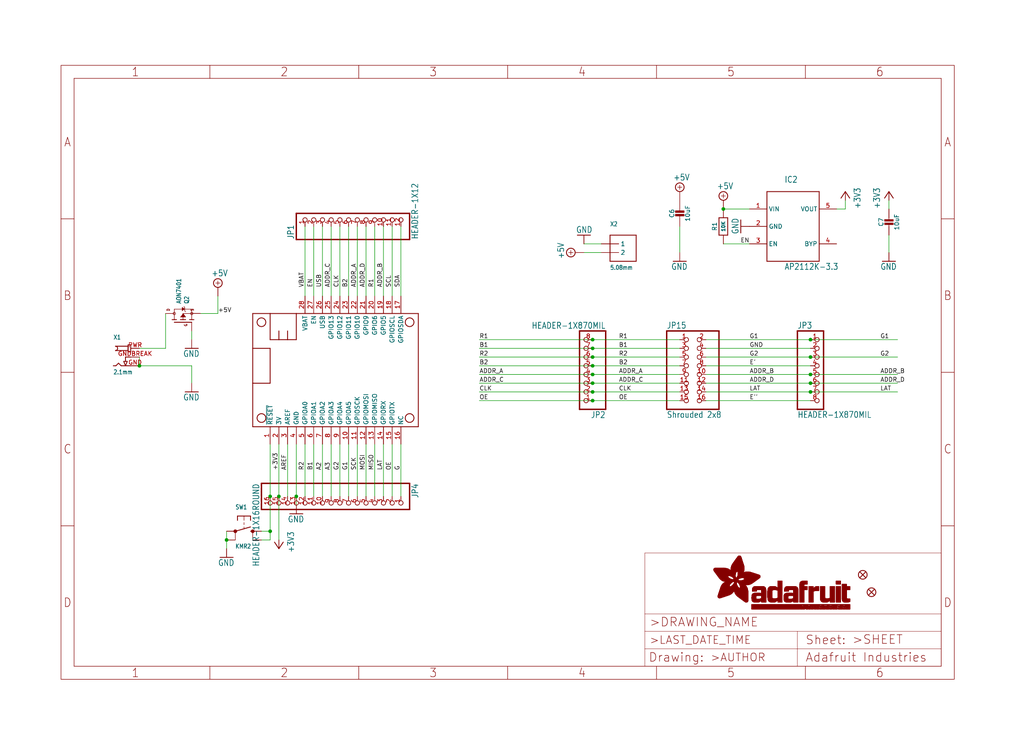
<source format=kicad_sch>
(kicad_sch (version 20211123) (generator eeschema)
  (paper "User" 298.45 217.881)
  (lib_symbols
    (symbol "eagleSchem-eagle-import:+3V3" (power)
      (property "Value" "+3V3" (at -2.54 -5.08 90))
      (symbol "+3V3_1_0"
        (pin power_in line (at 0 -2.54 90) (length 2.54) (name "+3V3") (number "1"))
      )
    )
    (symbol "eagleSchem-eagle-import:+5V" (power)
      (property "Value" "+5V" (at -1.905 3.175 0))
      (symbol "+5V_1_0"
        (pin power_in line (at 0 -2.54 90) (length 2.54) (name "+5V") (number "1"))
      )
    )
    (symbol "eagleSchem-eagle-import:CAP_CERAMIC0805-NOOUTLINE"
      (property "Reference" "C" (at -2.29 1.25 90))
      (property "Value" "CAP_CERAMIC0805-NOOUTLINE" (at 2.3 1.25 90))
      (symbol "CAP_CERAMIC0805-NOOUTLINE_1_0"
        (pin passive line (at 0 5.08 270) (length 2.54) (name "1") (number "1"))
        (pin passive line (at 0 -2.54 90) (length 2.54) (name "2") (number "2"))
      )
    )
    (symbol "eagleSchem-eagle-import:DCBARRELPTH"
      (property "Reference" "X" (at -5.08 5.08 0))
      (property "Value" "DCBARRELPTH" (at -5.08 -5.08 0))
      (symbol "DCBARRELPTH_1_0"
        (pin power_in line (at 2.54 -2.54 180) (length 2.54) (name "GND") (number "GND"))
        (pin power_in line (at 2.54 0 180) (length 2.54) (name "GNDBREAK") (number "GNDBREAK"))
        (pin power_in line (at 2.54 2.54 180) (length 2.54) (name "PWR") (number "PWR"))
      )
    )
    (symbol "eagleSchem-eagle-import:FEATHERWING"
      (symbol "FEATHERWING_1_0"
        (pin input line (at 5.08 -5.08 90) (length 5.08) (name "~{RESET}") (number "1"))
        (pin bidirectional line (at 27.94 -5.08 90) (length 5.08) (name "GPIOA5") (number "10"))
        (pin bidirectional line (at 30.48 -5.08 90) (length 5.08) (name "GPIOSCK") (number "11"))
        (pin bidirectional line (at 33.02 -5.08 90) (length 5.08) (name "GPIOMOSI") (number "12"))
        (pin bidirectional line (at 35.56 -5.08 90) (length 5.08) (name "GPIOMISO") (number "13"))
        (pin bidirectional line (at 38.1 -5.08 90) (length 5.08) (name "GPIORX") (number "14"))
        (pin bidirectional line (at 40.64 -5.08 90) (length 5.08) (name "GPIOTX") (number "15"))
        (pin passive line (at 43.18 -5.08 90) (length 5.08) (name "NC") (number "16"))
        (pin bidirectional line (at 43.18 38.1 270) (length 5.08) (name "GPIOSDA") (number "17"))
        (pin bidirectional line (at 40.64 38.1 270) (length 5.08) (name "GPIOSCL") (number "18"))
        (pin bidirectional line (at 38.1 38.1 270) (length 5.08) (name "GPIO5") (number "19"))
        (pin power_in line (at 7.62 -5.08 90) (length 5.08) (name "3V") (number "2"))
        (pin bidirectional line (at 35.56 38.1 270) (length 5.08) (name "GPIO6") (number "20"))
        (pin bidirectional line (at 33.02 38.1 270) (length 5.08) (name "GPIO9") (number "21"))
        (pin bidirectional line (at 30.48 38.1 270) (length 5.08) (name "GPIO10") (number "22"))
        (pin bidirectional line (at 27.94 38.1 270) (length 5.08) (name "GPIO11") (number "23"))
        (pin bidirectional line (at 25.4 38.1 270) (length 5.08) (name "GPIO12") (number "24"))
        (pin bidirectional line (at 22.86 38.1 270) (length 5.08) (name "GPIO13") (number "25"))
        (pin power_in line (at 20.32 38.1 270) (length 5.08) (name "USB") (number "26"))
        (pin passive line (at 17.78 38.1 270) (length 5.08) (name "EN") (number "27"))
        (pin power_in line (at 15.24 38.1 270) (length 5.08) (name "VBAT") (number "28"))
        (pin passive line (at 10.16 -5.08 90) (length 5.08) (name "AREF") (number "3"))
        (pin power_in line (at 12.7 -5.08 90) (length 5.08) (name "GND") (number "4"))
        (pin bidirectional line (at 15.24 -5.08 90) (length 5.08) (name "GPIOA0") (number "5"))
        (pin bidirectional line (at 17.78 -5.08 90) (length 5.08) (name "GPIOA1") (number "6"))
        (pin bidirectional line (at 20.32 -5.08 90) (length 5.08) (name "GPIOA2") (number "7"))
        (pin bidirectional line (at 22.86 -5.08 90) (length 5.08) (name "GPIOA3") (number "8"))
        (pin bidirectional line (at 25.4 -5.08 90) (length 5.08) (name "GPIOA4") (number "9"))
      )
    )
    (symbol "eagleSchem-eagle-import:FIDUCIAL_1MM")
    (symbol "eagleSchem-eagle-import:FRAME_A4_ADAFRUIT"
      (symbol "FRAME_A4_ADAFRUIT_0_0"
        (text "1" (at 21.6958 1.905 0) (effects (font (size 2.54 2.286))))
        (text "1" (at 21.6958 177.165 0) (effects (font (size 2.54 2.286))))
        (text "2" (at 65.0875 1.905 0) (effects (font (size 2.54 2.286))))
        (text "2" (at 65.0875 177.165 0) (effects (font (size 2.54 2.286))))
        (text "3" (at 108.4792 1.905 0) (effects (font (size 2.54 2.286))))
        (text "3" (at 108.4792 177.165 0) (effects (font (size 2.54 2.286))))
        (text "4" (at 151.8708 1.905 0) (effects (font (size 2.54 2.286))))
        (text "4" (at 151.8708 177.165 0) (effects (font (size 2.54 2.286))))
        (text "5" (at 195.2625 1.905 0) (effects (font (size 2.54 2.286))))
        (text "5" (at 195.2625 177.165 0) (effects (font (size 2.54 2.286))))
        (text "6" (at 238.6542 1.905 0) (effects (font (size 2.54 2.286))))
        (text "6" (at 238.6542 177.165 0) (effects (font (size 2.54 2.286))))
        (text "A" (at 1.905 156.6863 0) (effects (font (size 2.54 2.286))))
        (text "A" (at 258.445 156.6863 0) (effects (font (size 2.54 2.286))))
        (text "B" (at 1.905 111.9188 0) (effects (font (size 2.54 2.286))))
        (text "B" (at 258.445 111.9188 0) (effects (font (size 2.54 2.286))))
        (text "C" (at 1.905 67.1513 0) (effects (font (size 2.54 2.286))))
        (text "C" (at 258.445 67.1513 0) (effects (font (size 2.54 2.286))))
        (text "D" (at 1.905 22.3838 0) (effects (font (size 2.54 2.286))))
        (text "D" (at 258.445 22.3838 0) (effects (font (size 2.54 2.286))))
      )
      (symbol "FRAME_A4_ADAFRUIT_1_0"
        (text ">AUTHOR" (at 189.23 5.08 0) (effects (font (size 2.286 2.286)) (justify left bottom)))
        (text ">DRAWING_NAME" (at 171.45 15.24 0) (effects (font (size 2.54 2.54)) (justify left bottom)))
        (text ">LAST_DATE_TIME" (at 171.45 10.16 0) (effects (font (size 2.286 2.286)) (justify left bottom)))
        (text ">SHEET" (at 230.505 10.16 0) (effects (font (size 2.54 2.54)) (justify left bottom)))
        (text "Adafruit Industries" (at 216.916 4.953 0) (effects (font (size 2.54 2.54)) (justify left bottom)))
        (text "Drawing:" (at 171.196 4.953 0) (effects (font (size 2.54 2.54)) (justify left bottom)))
        (text "Sheet:" (at 216.916 10.033 0) (effects (font (size 2.54 2.54)) (justify left bottom)))
      )
    )
    (symbol "eagleSchem-eagle-import:GND" (power)
      (property "Value" "GND" (at -2.54 -2.54 0))
      (symbol "GND_1_0"
        (pin power_in line (at 0 2.54 270) (length 2.54) (name "GND") (number "1"))
      )
    )
    (symbol "eagleSchem-eagle-import:HEADER-1X12"
      (property "Reference" "JP" (at -6.35 18.415 0))
      (property "Value" "HEADER-1X12" (at -6.35 -17.78 0))
      (symbol "HEADER-1X12_1_0"
        (pin passive inverted (at -2.54 15.24 0) (length 2.54) (name "1") (number "1"))
        (pin passive inverted (at -2.54 -7.62 0) (length 2.54) (name "10") (number "10"))
        (pin passive inverted (at -2.54 -10.16 0) (length 2.54) (name "11") (number "11"))
        (pin passive inverted (at -2.54 -12.7 0) (length 2.54) (name "12") (number "12"))
        (pin passive inverted (at -2.54 12.7 0) (length 2.54) (name "2") (number "2"))
        (pin passive inverted (at -2.54 10.16 0) (length 2.54) (name "3") (number "3"))
        (pin passive inverted (at -2.54 7.62 0) (length 2.54) (name "4") (number "4"))
        (pin passive inverted (at -2.54 5.08 0) (length 2.54) (name "5") (number "5"))
        (pin passive inverted (at -2.54 2.54 0) (length 2.54) (name "6") (number "6"))
        (pin passive inverted (at -2.54 0 0) (length 2.54) (name "7") (number "7"))
        (pin passive inverted (at -2.54 -2.54 0) (length 2.54) (name "8") (number "8"))
        (pin passive inverted (at -2.54 -5.08 0) (length 2.54) (name "9") (number "9"))
      )
    )
    (symbol "eagleSchem-eagle-import:HEADER-1X16ROUND"
      (property "Reference" "JP" (at -6.35 20.955 0))
      (property "Value" "HEADER-1X16ROUND" (at -6.35 -25.4 0))
      (symbol "HEADER-1X16ROUND_1_0"
        (pin passive inverted (at -2.54 17.78 0) (length 2.54) (name "1") (number "1"))
        (pin passive inverted (at -2.54 -5.08 0) (length 2.54) (name "10") (number "10"))
        (pin passive inverted (at -2.54 -7.62 0) (length 2.54) (name "11") (number "11"))
        (pin passive inverted (at -2.54 -10.16 0) (length 2.54) (name "12") (number "12"))
        (pin passive inverted (at -2.54 -12.7 0) (length 2.54) (name "13") (number "13"))
        (pin passive inverted (at -2.54 -15.24 0) (length 2.54) (name "14") (number "14"))
        (pin passive inverted (at -2.54 -17.78 0) (length 2.54) (name "15") (number "15"))
        (pin passive inverted (at -2.54 -20.32 0) (length 2.54) (name "16") (number "16"))
        (pin passive inverted (at -2.54 15.24 0) (length 2.54) (name "2") (number "2"))
        (pin passive inverted (at -2.54 12.7 0) (length 2.54) (name "3") (number "3"))
        (pin passive inverted (at -2.54 10.16 0) (length 2.54) (name "4") (number "4"))
        (pin passive inverted (at -2.54 7.62 0) (length 2.54) (name "5") (number "5"))
        (pin passive inverted (at -2.54 5.08 0) (length 2.54) (name "6") (number "6"))
        (pin passive inverted (at -2.54 2.54 0) (length 2.54) (name "7") (number "7"))
        (pin passive inverted (at -2.54 0 0) (length 2.54) (name "8") (number "8"))
        (pin passive inverted (at -2.54 -2.54 0) (length 2.54) (name "9") (number "9"))
      )
    )
    (symbol "eagleSchem-eagle-import:HEADER-1X870MIL"
      (property "Reference" "JP" (at -6.35 13.335 0))
      (property "Value" "HEADER-1X870MIL" (at -6.35 -12.7 0))
      (symbol "HEADER-1X870MIL_1_0"
        (pin passive inverted (at -2.54 10.16 0) (length 2.54) (name "1") (number "1"))
        (pin passive inverted (at -2.54 7.62 0) (length 2.54) (name "2") (number "2"))
        (pin passive inverted (at -2.54 5.08 0) (length 2.54) (name "3") (number "3"))
        (pin passive inverted (at -2.54 2.54 0) (length 2.54) (name "4") (number "4"))
        (pin passive inverted (at -2.54 0 0) (length 2.54) (name "5") (number "5"))
        (pin passive inverted (at -2.54 -2.54 0) (length 2.54) (name "6") (number "6"))
        (pin passive inverted (at -2.54 -5.08 0) (length 2.54) (name "7") (number "7"))
        (pin passive inverted (at -2.54 -7.62 0) (length 2.54) (name "8") (number "8"))
      )
    )
    (symbol "eagleSchem-eagle-import:HEADER-2X8_SHROUDED"
      (property "Reference" "JP" (at -8.89 10.795 0))
      (property "Value" "HEADER-2X8_SHROUDED" (at -8.89 -15.24 0))
      (symbol "HEADER-2X8_SHROUDED_1_0"
        (pin passive inverted (at -5.08 7.62 0) (length 2.54) (name "1") (number "1"))
        (pin passive inverted (at 2.54 -2.54 180) (length 2.54) (name "10") (number "10"))
        (pin passive inverted (at -5.08 -5.08 0) (length 2.54) (name "11") (number "11"))
        (pin passive inverted (at 2.54 -5.08 180) (length 2.54) (name "12") (number "12"))
        (pin passive inverted (at -5.08 -7.62 0) (length 2.54) (name "13") (number "13"))
        (pin passive inverted (at 2.54 -7.62 180) (length 2.54) (name "14") (number "14"))
        (pin passive inverted (at -5.08 -10.16 0) (length 2.54) (name "15") (number "15"))
        (pin passive inverted (at 2.54 -10.16 180) (length 2.54) (name "16") (number "16"))
        (pin passive inverted (at 2.54 7.62 180) (length 2.54) (name "2") (number "2"))
        (pin passive inverted (at -5.08 5.08 0) (length 2.54) (name "3") (number "3"))
        (pin passive inverted (at 2.54 5.08 180) (length 2.54) (name "4") (number "4"))
        (pin passive inverted (at -5.08 2.54 0) (length 2.54) (name "5") (number "5"))
        (pin passive inverted (at 2.54 2.54 180) (length 2.54) (name "6") (number "6"))
        (pin passive inverted (at -5.08 0 0) (length 2.54) (name "7") (number "7"))
        (pin passive inverted (at 2.54 0 180) (length 2.54) (name "8") (number "8"))
        (pin passive inverted (at -5.08 -2.54 0) (length 2.54) (name "9") (number "9"))
      )
    )
    (symbol "eagleSchem-eagle-import:LP298XS"
      (property "Reference" "IC" (at -12.7 -5.08 90))
      (property "Value" "LP298XS" (at 12.7 -5.08 90))
      (symbol "LP298XS_1_0"
        (pin bidirectional line (at -5.08 -15.24 90) (length 5.08) (name "VIN") (number "1"))
        (pin bidirectional line (at 0 -15.24 90) (length 5.08) (name "GND") (number "2"))
        (pin bidirectional line (at 5.08 -15.24 90) (length 5.08) (name "EN") (number "3"))
        (pin bidirectional line (at 5.08 10.16 270) (length 5.08) (name "BYP") (number "4"))
        (pin bidirectional line (at -5.08 10.16 270) (length 5.08) (name "VOUT") (number "5"))
      )
    )
    (symbol "eagleSchem-eagle-import:MOSFET-P-POWERDI3333"
      (property "Reference" "Q" (at 2.794 0.381 0))
      (property "Value" "MOSFET-P-POWERDI3333" (at 2.794 -1.905 0))
      (symbol "MOSFET-P-POWERDI3333_1_0"
        (text "D" (at 0.635 -3.81 0) (effects (font (size 0.8128 0.6908)) (justify left bottom)))
        (text "G" (at -3.81 1.27 0) (effects (font (size 0.8128 0.6908)) (justify left bottom)))
        (text "S" (at 0.635 3.175 0) (effects (font (size 0.8128 0.6908)) (justify left bottom)))
        (pin passive line (at 0 5.08 270) (length 2.54) (name "S") (number "1"))
        (pin passive line (at 0 5.08 270) (length 2.54) (name "S") (number "2"))
        (pin passive line (at 0 5.08 270) (length 2.54) (name "S") (number "3"))
        (pin passive line (at -5.08 2.54 0) (length 2.54) (name "G") (number "4"))
        (pin passive line (at 0 -5.08 90) (length 2.54) (name "D") (number "5678"))
      )
    )
    (symbol "eagleSchem-eagle-import:RESISTOR_0603_NOOUT"
      (property "Reference" "R" (at 0 2.54 0))
      (property "Value" "RESISTOR_0603_NOOUT" (at 0 0 0))
      (symbol "RESISTOR_0603_NOOUT_1_0"
        (pin passive line (at -5.08 0 0) (length 2.54) (name "1") (number "1"))
        (pin passive line (at 5.08 0 180) (length 2.54) (name "2") (number "2"))
      )
    )
    (symbol "eagleSchem-eagle-import:SWITCH_TACT_SMT4.6X2.8"
      (property "Reference" "SW" (at -2.54 6.35 0))
      (property "Value" "SWITCH_TACT_SMT4.6X2.8" (at -2.54 -5.08 0))
      (symbol "SWITCH_TACT_SMT4.6X2.8_1_0"
        (pin passive line (at -5.08 0 0) (length 2.54) (name "P") (number "A"))
        (pin passive line (at -5.08 -2.54 0) (length 2.54) (name "P1") (number "A'"))
        (pin passive line (at 5.08 0 180) (length 2.54) (name "S") (number "B"))
        (pin passive line (at 5.08 -2.54 180) (length 2.54) (name "S1") (number "B'"))
      )
    )
    (symbol "eagleSchem-eagle-import:TERMBLOCK_1X2_5.08MM"
      (property "Reference" "X" (at -2.54 7.62 0))
      (property "Value" "TERMBLOCK_1X2_5.08MM" (at -2.54 -5.08 0))
      (symbol "TERMBLOCK_1X2_5.08MM_1_0"
        (pin passive line (at -5.08 2.54 0) (length 5.08) (name "1") (number "P$3"))
        (pin passive line (at -5.08 0 0) (length 5.08) (name "2") (number "P$4"))
      )
    )
  )
  (junction (at 172.72 116.84))
  (junction (at 78.74 144.78))
  (junction (at 172.72 101.6))
  (junction (at 236.22 104.14))
  (junction (at 172.72 99.06))
  (junction (at 172.72 106.68))
  (junction (at 236.22 109.22))
  (junction (at 78.74 154.94))
  (junction (at 172.72 114.3))
  (junction (at 236.22 99.06))
  (junction (at 236.22 111.76))
  (junction (at 172.72 109.22))
  (junction (at 66.04 157.48))
  (junction (at 172.72 111.76))
  (junction (at 81.28 144.78))
  (junction (at 236.22 114.3))
  (junction (at 86.36 144.78))
  (junction (at 210.82 60.96))
  (junction (at 40.64 106.68))
  (junction (at 172.72 104.14))
  (wire (pts (xy 172.72 104.14) (xy 139.7 104.14)))
  (wire (pts (xy 99.06 144.78) (xy 99.06 129.54)))
  (wire (pts (xy 198.12 109.22) (xy 172.72 109.22)))
  (wire (pts (xy 76.2 154.94) (xy 78.74 154.94)))
  (wire (pts (xy 111.76 66.04) (xy 111.76 86.36)))
  (wire (pts (xy 210.82 60.96) (xy 218.44 60.96)))
  (wire (pts (xy 99.06 66.04) (xy 99.06 86.36)))
  (wire (pts (xy 198.12 104.14) (xy 172.72 104.14)))
  (wire (pts (xy 172.72 99.06) (xy 139.7 99.06)))
  (wire (pts (xy 55.88 106.68) (xy 55.88 111.76)))
  (wire (pts (xy 86.36 144.78) (xy 86.36 129.54)))
  (wire (pts (xy 93.98 144.78) (xy 93.98 129.54)))
  (wire (pts (xy 198.12 99.06) (xy 172.72 99.06)))
  (wire (pts (xy 259.08 73.66) (xy 259.08 68.58)))
  (wire (pts (xy 111.76 144.78) (xy 111.76 129.54)))
  (wire (pts (xy 205.74 116.84) (xy 236.22 116.84)))
  (wire (pts (xy 40.64 106.68) (xy 55.88 106.68)))
  (wire (pts (xy 109.22 66.04) (xy 109.22 86.36)))
  (wire (pts (xy 246.38 58.42) (xy 246.38 60.96)))
  (wire (pts (xy 93.98 66.04) (xy 93.98 86.36)))
  (wire (pts (xy 170.18 71.12) (xy 175.26 71.12)))
  (wire (pts (xy 104.14 66.04) (xy 104.14 86.36)))
  (wire (pts (xy 236.22 104.14) (xy 261.62 104.14)))
  (wire (pts (xy 91.44 86.36) (xy 91.44 66.04)))
  (wire (pts (xy 109.22 144.78) (xy 109.22 129.54)))
  (wire (pts (xy 86.36 144.78) (xy 86.36 147.32)))
  (wire (pts (xy 40.64 104.14) (xy 40.64 106.68)))
  (wire (pts (xy 205.74 101.6) (xy 236.22 101.6)))
  (wire (pts (xy 81.28 129.54) (xy 81.28 144.78)))
  (wire (pts (xy 170.18 73.66) (xy 175.26 73.66)))
  (wire (pts (xy 78.74 154.94) (xy 78.74 157.48)))
  (wire (pts (xy 91.44 144.78) (xy 91.44 129.54)))
  (wire (pts (xy 218.44 71.12) (xy 210.82 71.12)))
  (wire (pts (xy 116.84 129.54) (xy 116.84 144.78)))
  (wire (pts (xy 55.88 96.52) (xy 55.88 99.06)))
  (wire (pts (xy 40.64 101.6) (xy 48.26 101.6)))
  (wire (pts (xy 259.08 58.42) (xy 259.08 60.96)))
  (wire (pts (xy 205.74 111.76) (xy 236.22 111.76)))
  (wire (pts (xy 81.28 144.78) (xy 81.28 157.48)))
  (wire (pts (xy 236.22 111.76) (xy 261.62 111.76)))
  (wire (pts (xy 172.72 116.84) (xy 198.12 116.84)))
  (wire (pts (xy 101.6 66.04) (xy 101.6 86.36)))
  (wire (pts (xy 114.3 66.04) (xy 114.3 86.36)))
  (wire (pts (xy 205.74 106.68) (xy 236.22 106.68)))
  (wire (pts (xy 139.7 111.76) (xy 172.72 111.76)))
  (wire (pts (xy 116.84 66.04) (xy 116.84 86.36)))
  (wire (pts (xy 172.72 111.76) (xy 198.12 111.76)))
  (wire (pts (xy 236.22 109.22) (xy 261.62 109.22)))
  (wire (pts (xy 139.7 116.84) (xy 172.72 116.84)))
  (wire (pts (xy 96.52 66.04) (xy 96.52 86.36)))
  (wire (pts (xy 96.52 144.78) (xy 96.52 129.54)))
  (wire (pts (xy 172.72 106.68) (xy 198.12 106.68)))
  (wire (pts (xy 139.7 109.22) (xy 172.72 109.22)))
  (wire (pts (xy 236.22 109.22) (xy 205.74 109.22)))
  (wire (pts (xy 236.22 99.06) (xy 261.62 99.06)))
  (wire (pts (xy 66.04 157.48) (xy 66.04 160.02)))
  (wire (pts (xy 83.82 144.78) (xy 83.82 129.54)))
  (wire (pts (xy 66.04 154.94) (xy 66.04 157.48)))
  (wire (pts (xy 236.22 99.06) (xy 205.74 99.06)))
  (wire (pts (xy 58.42 91.44) (xy 63.5 91.44)))
  (wire (pts (xy 88.9 66.04) (xy 88.9 86.36)))
  (wire (pts (xy 106.68 66.04) (xy 106.68 86.36)))
  (wire (pts (xy 88.9 144.78) (xy 88.9 129.54)))
  (wire (pts (xy 139.7 106.68) (xy 172.72 106.68)))
  (wire (pts (xy 198.12 66.04) (xy 198.12 73.66)))
  (wire (pts (xy 236.22 114.3) (xy 261.62 114.3)))
  (wire (pts (xy 139.7 101.6) (xy 172.72 101.6)))
  (wire (pts (xy 78.74 157.48) (xy 76.2 157.48)))
  (wire (pts (xy 101.6 144.78) (xy 101.6 129.54)))
  (wire (pts (xy 63.5 91.44) (xy 63.5 86.36)))
  (wire (pts (xy 198.12 114.3) (xy 172.72 114.3)))
  (wire (pts (xy 78.74 144.78) (xy 78.74 154.94)))
  (wire (pts (xy 106.68 144.78) (xy 106.68 129.54)))
  (wire (pts (xy 104.14 144.78) (xy 104.14 129.54)))
  (wire (pts (xy 236.22 104.14) (xy 205.74 104.14)))
  (wire (pts (xy 139.7 114.3) (xy 172.72 114.3)))
  (wire (pts (xy 236.22 114.3) (xy 205.74 114.3)))
  (wire (pts (xy 78.74 129.54) (xy 78.74 144.78)))
  (wire (pts (xy 172.72 101.6) (xy 198.12 101.6)))
  (wire (pts (xy 48.26 101.6) (xy 48.26 91.44)))
  (wire (pts (xy 246.38 60.96) (xy 243.84 60.96)))
  (wire (pts (xy 114.3 144.78) (xy 114.3 129.54)))
  (label "LAT" (at 256.54 114.3 0) (effects (font (size 1.2446 1.2446))))
  (label "EN" (at 218.44 71.12 180) (effects (font (size 1.2446 1.2446))))
  (label "LAT" (at 218.44 114.3 0) (effects (font (size 1.2446 1.2446))))
  (label "SCL" (at 114.3 83.82 90) (effects (font (size 1.2446 1.2446))))
  (label "ADDR_C" (at 180.34 111.76 0) (effects (font (size 1.2446 1.2446))))
  (label "+3V3" (at 81.28 137.16 90) (effects (font (size 1.2446 1.2446))))
  (label "G" (at 116.84 137.16 90) (effects (font (size 1.2446 1.2446))))
  (label "ADDR_B" (at 256.54 109.22 0) (effects (font (size 1.2446 1.2446))))
  (label "B2" (at 180.34 106.68 0) (effects (font (size 1.2446 1.2446))))
  (label "SDA" (at 116.84 83.82 90) (effects (font (size 1.2446 1.2446))))
  (label "G2" (at 99.06 137.16 90) (effects (font (size 1.2446 1.2446))))
  (label "G2" (at 256.54 104.14 0) (effects (font (size 1.2446 1.2446))))
  (label "E''" (at 218.44 116.84 0) (effects (font (size 1.2446 1.2446))))
  (label "G1" (at 256.54 99.06 0) (effects (font (size 1.2446 1.2446))))
  (label "ADDR_A" (at 180.34 109.22 0) (effects (font (size 1.2446 1.2446))))
  (label "MISO" (at 109.22 137.16 90) (effects (font (size 1.2446 1.2446))))
  (label "ADDR_D" (at 218.44 111.76 0) (effects (font (size 1.2446 1.2446))))
  (label "B1" (at 91.44 137.16 90) (effects (font (size 1.2446 1.2446))))
  (label "R1" (at 139.7 99.06 0) (effects (font (size 1.2446 1.2446))))
  (label "VBAT" (at 88.9 83.82 90) (effects (font (size 1.2446 1.2446))))
  (label "SCK" (at 104.14 137.16 90) (effects (font (size 1.2446 1.2446))))
  (label "R2" (at 88.9 137.16 90) (effects (font (size 1.2446 1.2446))))
  (label "B2" (at 139.7 106.68 0) (effects (font (size 1.2446 1.2446))))
  (label "E'" (at 218.44 106.68 0) (effects (font (size 1.2446 1.2446))))
  (label "ADDR_D" (at 256.54 111.76 0) (effects (font (size 1.2446 1.2446))))
  (label "B1" (at 139.7 101.6 0) (effects (font (size 1.2446 1.2446))))
  (label "G2" (at 218.44 104.14 0) (effects (font (size 1.2446 1.2446))))
  (label "ADDR_C" (at 96.52 83.82 90) (effects (font (size 1.2446 1.2446))))
  (label "CLK" (at 99.06 83.82 90) (effects (font (size 1.2446 1.2446))))
  (label "CLK" (at 139.7 114.3 0) (effects (font (size 1.2446 1.2446))))
  (label "A2" (at 93.98 137.16 90) (effects (font (size 1.2446 1.2446))))
  (label "A3" (at 96.52 137.16 90) (effects (font (size 1.2446 1.2446))))
  (label "AREF" (at 83.82 137.16 90) (effects (font (size 1.2446 1.2446))))
  (label "OE" (at 114.3 137.16 90) (effects (font (size 1.2446 1.2446))))
  (label "LAT" (at 111.76 137.16 90) (effects (font (size 1.2446 1.2446))))
  (label "CLK" (at 180.34 114.3 0) (effects (font (size 1.2446 1.2446))))
  (label "USB" (at 93.98 83.82 90) (effects (font (size 1.2446 1.2446))))
  (label "R2" (at 139.7 104.14 0) (effects (font (size 1.2446 1.2446))))
  (label "B2" (at 101.6 83.82 90) (effects (font (size 1.2446 1.2446))))
  (label "MOSI" (at 106.68 137.16 90) (effects (font (size 1.2446 1.2446))))
  (label "EN" (at 91.44 83.82 90) (effects (font (size 1.2446 1.2446))))
  (label "B1" (at 180.34 101.6 0) (effects (font (size 1.2446 1.2446))))
  (label "OE" (at 139.7 116.84 0) (effects (font (size 1.2446 1.2446))))
  (label "ADDR_A" (at 139.7 109.22 0) (effects (font (size 1.2446 1.2446))))
  (label "R1" (at 109.22 83.82 90) (effects (font (size 1.2446 1.2446))))
  (label "G1" (at 101.6 137.16 90) (effects (font (size 1.2446 1.2446))))
  (label "ADDR_B" (at 111.76 83.82 90) (effects (font (size 1.2446 1.2446))))
  (label "GND" (at 218.44 101.6 0) (effects (font (size 1.2446 1.2446))))
  (label "G1" (at 218.44 99.06 0) (effects (font (size 1.2446 1.2446))))
  (label "ADDR_B" (at 218.44 109.22 0) (effects (font (size 1.2446 1.2446))))
  (label "R1" (at 180.34 99.06 0) (effects (font (size 1.2446 1.2446))))
  (label "ADDR_A" (at 104.14 83.82 90) (effects (font (size 1.2446 1.2446))))
  (label "OE" (at 180.34 116.84 0) (effects (font (size 1.2446 1.2446))))
  (label "+5V" (at 63.5 91.44 0) (effects (font (size 1.2446 1.2446))))
  (label "ADDR_D" (at 106.68 83.82 90) (effects (font (size 1.2446 1.2446))))
  (label "R2" (at 180.34 104.14 0) (effects (font (size 1.2446 1.2446))))
  (label "ADDR_C" (at 139.7 111.76 0) (effects (font (size 1.2446 1.2446))))
  (symbol (lib_id "eagleSchem-eagle-import:MOSFET-P-POWERDI3333") (at 53.34 91.44 270) (mirror x) (unit 1)
    (property "Reference" "Q2" (at 53.721 88.646 0) (effects (font (size 1.27 1.0795)) (justify left bottom)))
    (property "Value" "AON7401" (at 51.435 88.646 0) (effects (font (size 1.27 1.0795)) (justify left bottom)))
    (property "Footprint" "eagleSchem:POWERDI3333" (effects hide))
  )
  (symbol (lib_id "eagleSchem-eagle-import:GND") (at 55.88 101.6 0) (unit 1)
    (property "Reference" "#GND5" (effects hide))
    (property "Value" "GND" (at 53.34 104.14 0) (effects (font (size 1.778 1.5113)) (justify left bottom)))
    (property "Footprint" "eagleSchem:" (effects hide))
  )
  (symbol (lib_id "eagleSchem-eagle-import:HEADER-1X870MIL") (at 170.18 106.68 180) (unit 1)
    (property "Reference" "JP2" (at 176.53 120.015 0) (effects (font (size 1.778 1.5113)) (justify left bottom)))
    (property "Value" "HEADER-1X870MIL" (at 176.53 93.98 0) (effects (font (size 1.778 1.5113)) (justify left bottom)))
    (property "Footprint" "eagleSchem:1X08_ROUND_70" (effects hide))
  )
  (symbol (lib_id "eagleSchem-eagle-import:GND") (at 66.04 162.56 0) (unit 1)
    (property "Reference" "#GND4" (effects hide))
    (property "Value" "GND" (at 63.5 165.1 0) (effects (font (size 1.778 1.5113)) (justify left bottom)))
    (property "Footprint" "eagleSchem:" (effects hide))
  )
  (symbol (lib_id "eagleSchem-eagle-import:FIDUCIAL_1MM") (at 251.46 167.64 0) (unit 1)
    (property "Reference" "FID3" (effects hide))
    (property "Value" "FIDUCIAL_1MM" (effects hide))
    (property "Footprint" "eagleSchem:FIDUCIAL_1MM" (effects hide))
  )
  (symbol (lib_id "eagleSchem-eagle-import:+5V") (at 63.5 83.82 0) (unit 1)
    (property "Reference" "#SUPPLY2" (effects hide))
    (property "Value" "+5V" (at 61.595 80.645 0) (effects (font (size 1.778 1.5113)) (justify left bottom)))
    (property "Footprint" "eagleSchem:" (effects hide))
  )
  (symbol (lib_id "eagleSchem-eagle-import:HEADER-2X8_SHROUDED") (at 203.2 106.68 0) (unit 1)
    (property "Reference" "JP15" (at 194.31 95.885 0) (effects (font (size 1.778 1.5113)) (justify left bottom)))
    (property "Value" "Shrouded 2x8" (at 194.31 121.92 0) (effects (font (size 1.778 1.5113)) (justify left bottom)))
    (property "Footprint" "eagleSchem:2X08_SHROUDED" (effects hide))
  )
  (symbol (lib_id "eagleSchem-eagle-import:FIDUCIAL_1MM") (at 254 172.72 0) (unit 1)
    (property "Reference" "FID1" (effects hide))
    (property "Value" "FIDUCIAL_1MM" (effects hide))
    (property "Footprint" "eagleSchem:FIDUCIAL_1MM" (effects hide))
  )
  (symbol (lib_id "eagleSchem-eagle-import:FRAME_A4_ADAFRUIT") (at 17.78 198.12 0) (unit 1)
    (property "Reference" "#U$4" (effects hide))
    (property "Value" "FRAME_A4_ADAFRUIT" (effects hide))
    (property "Footprint" "eagleSchem:" (effects hide))
  )
  (symbol (lib_id "eagleSchem-eagle-import:GND") (at 259.08 76.2 0) (unit 1)
    (property "Reference" "#GND11" (effects hide))
    (property "Value" "GND" (at 256.54 78.74 0) (effects (font (size 1.778 1.5113)) (justify left bottom)))
    (property "Footprint" "eagleSchem:" (effects hide))
  )
  (symbol (lib_id "eagleSchem-eagle-import:GND") (at 55.88 114.3 0) (unit 1)
    (property "Reference" "#GND1" (effects hide))
    (property "Value" "GND" (at 53.34 116.84 0) (effects (font (size 1.778 1.5113)) (justify left bottom)))
    (property "Footprint" "eagleSchem:" (effects hide))
  )
  (symbol (lib_id "eagleSchem-eagle-import:GND") (at 215.9 66.04 270) (unit 1)
    (property "Reference" "#GND2" (effects hide))
    (property "Value" "GND" (at 213.36 63.5 0) (effects (font (size 1.778 1.5113)) (justify left bottom)))
    (property "Footprint" "eagleSchem:" (effects hide))
  )
  (symbol (lib_id "eagleSchem-eagle-import:+3V3") (at 259.08 55.88 0) (unit 1)
    (property "Reference" "#+3V6" (effects hide))
    (property "Value" "+3V3" (at 256.54 60.96 90) (effects (font (size 1.778 1.5113)) (justify left bottom)))
    (property "Footprint" "eagleSchem:" (effects hide))
  )
  (symbol (lib_id "eagleSchem-eagle-import:CAP_CERAMIC0805-NOOUTLINE") (at 198.12 63.5 0) (unit 1)
    (property "Reference" "C6" (at 195.83 62.25 90))
    (property "Value" "10uF" (at 200.42 62.25 90))
    (property "Footprint" "eagleSchem:0805-NO" (effects hide))
  )
  (symbol (lib_id "eagleSchem-eagle-import:SWITCH_TACT_SMT4.6X2.8") (at 71.12 154.94 0) (unit 1)
    (property "Reference" "SW1" (at 68.58 148.59 0) (effects (font (size 1.27 1.0795)) (justify left bottom)))
    (property "Value" "KMR2" (at 68.58 160.02 0) (effects (font (size 1.27 1.0795)) (justify left bottom)))
    (property "Footprint" "eagleSchem:BTN_KMR2_4.6X2.8" (effects hide))
  )
  (symbol (lib_id "eagleSchem-eagle-import:+3V3") (at 81.28 160.02 180) (unit 1)
    (property "Reference" "#+3V1" (effects hide))
    (property "Value" "+3V3" (at 83.82 154.94 90) (effects (font (size 1.778 1.5113)) (justify left bottom)))
    (property "Footprint" "eagleSchem:" (effects hide))
  )
  (symbol (lib_id "eagleSchem-eagle-import:CAP_CERAMIC0805-NOOUTLINE") (at 259.08 66.04 0) (unit 1)
    (property "Reference" "C7" (at 256.79 64.79 90))
    (property "Value" "10uF" (at 261.38 64.79 90))
    (property "Footprint" "eagleSchem:0805-NO" (effects hide))
  )
  (symbol (lib_id "eagleSchem-eagle-import:DCBARRELPTH") (at 38.1 104.14 0) (unit 1)
    (property "Reference" "X1" (at 33.02 99.06 0) (effects (font (size 1.27 1.0795)) (justify left bottom)))
    (property "Value" "2.1mm" (at 33.02 109.22 0) (effects (font (size 1.27 1.0795)) (justify left bottom)))
    (property "Footprint" "eagleSchem:DCJACK_2MM_PTH" (effects hide))
  )
  (symbol (lib_id "eagleSchem-eagle-import:LP298XS") (at 233.68 66.04 270) (unit 1)
    (property "Reference" "IC2" (at 228.6 53.34 90) (effects (font (size 1.778 1.5113)) (justify left bottom)))
    (property "Value" "AP2112K-3.3" (at 228.6 78.74 90) (effects (font (size 1.778 1.5113)) (justify left bottom)))
    (property "Footprint" "eagleSchem:SOT23-5L" (effects hide))
  )
  (symbol (lib_id "eagleSchem-eagle-import:GND") (at 86.36 149.86 0) (unit 1)
    (property "Reference" "#GND3" (effects hide))
    (property "Value" "GND" (at 83.82 152.4 0) (effects (font (size 1.778 1.5113)) (justify left bottom)))
    (property "Footprint" "eagleSchem:" (effects hide))
  )
  (symbol (lib_id "eagleSchem-eagle-import:GND") (at 170.18 68.58 180) (unit 1)
    (property "Reference" "#GND12" (effects hide))
    (property "Value" "GND" (at 172.72 66.04 0) (effects (font (size 1.778 1.5113)) (justify left bottom)))
    (property "Footprint" "eagleSchem:" (effects hide))
  )
  (symbol (lib_id "eagleSchem-eagle-import:RESISTOR_0603_NOOUT") (at 210.82 66.04 90) (unit 1)
    (property "Reference" "R1" (at 208.28 66.04 0))
    (property "Value" "10K" (at 210.82 66.04 0) (effects (font (size 1.016 1.016) bold)))
    (property "Footprint" "eagleSchem:0603-NO" (effects hide))
  )
  (symbol (lib_id "eagleSchem-eagle-import:+5V") (at 167.64 73.66 90) (unit 1)
    (property "Reference" "#SUPPLY1" (effects hide))
    (property "Value" "+5V" (at 164.465 75.565 0) (effects (font (size 1.778 1.5113)) (justify left bottom)))
    (property "Footprint" "eagleSchem:" (effects hide))
  )
  (symbol (lib_id "eagleSchem-eagle-import:HEADER-1X12") (at 104.14 63.5 90) (unit 1)
    (property "Reference" "JP1" (at 85.725 69.85 0) (effects (font (size 1.778 1.5113)) (justify left bottom)))
    (property "Value" "HEADER-1X12" (at 121.92 69.85 0) (effects (font (size 1.778 1.5113)) (justify left bottom)))
    (property "Footprint" "eagleSchem:1X12_ROUND" (effects hide))
  )
  (symbol (lib_id "eagleSchem-eagle-import:TERMBLOCK_1X2_5.08MM") (at 180.34 73.66 0) (unit 1)
    (property "Reference" "X2" (at 177.8 66.04 0) (effects (font (size 1.27 1.0795)) (justify left bottom)))
    (property "Value" "5.08mm" (at 177.8 78.74 0) (effects (font (size 1.27 1.0795)) (justify left bottom)))
    (property "Footprint" "eagleSchem:TERMBLOCK_508_1X2" (effects hide))
  )
  (symbol (lib_id "eagleSchem-eagle-import:HEADER-1X870MIL") (at 238.76 109.22 0) (unit 1)
    (property "Reference" "JP3" (at 232.41 95.885 0) (effects (font (size 1.778 1.5113)) (justify left bottom)))
    (property "Value" "HEADER-1X870MIL" (at 232.41 121.92 0) (effects (font (size 1.778 1.5113)) (justify left bottom)))
    (property "Footprint" "eagleSchem:1X08_ROUND_70" (effects hide))
  )
  (symbol (lib_id "eagleSchem-eagle-import:+3V3") (at 246.38 55.88 0) (mirror y) (unit 1)
    (property "Reference" "#+3V2" (effects hide))
    (property "Value" "+3V3" (at 248.92 60.96 90) (effects (font (size 1.778 1.5113)) (justify left bottom)))
    (property "Footprint" "eagleSchem:" (effects hide))
  )
  (symbol (lib_id "eagleSchem-eagle-import:+5V") (at 198.12 55.88 0) (unit 1)
    (property "Reference" "#SUPPLY4" (effects hide))
    (property "Value" "+5V" (at 196.215 52.705 0) (effects (font (size 1.778 1.5113)) (justify left bottom)))
    (property "Footprint" "eagleSchem:" (effects hide))
  )
  (symbol (lib_id "eagleSchem-eagle-import:FEATHERWING") (at 73.66 124.46 0) (unit 1)
    (property "Reference" "MS1" (effects hide))
    (property "Value" "FEATHERWING" (effects hide))
    (property "Footprint" "eagleSchem:FEATHERWING" (effects hide))
  )
  (symbol (lib_id "eagleSchem-eagle-import:GND") (at 198.12 76.2 0) (unit 1)
    (property "Reference" "#GND10" (effects hide))
    (property "Value" "GND" (at 195.58 78.74 0) (effects (font (size 1.778 1.5113)) (justify left bottom)))
    (property "Footprint" "eagleSchem:" (effects hide))
  )
  (symbol (lib_id "eagleSchem-eagle-import:HEADER-1X16ROUND") (at 99.06 147.32 270) (unit 1)
    (property "Reference" "JP4" (at 120.015 140.97 0) (effects (font (size 1.778 1.5113)) (justify left bottom)))
    (property "Value" "HEADER-1X16ROUND" (at 73.66 140.97 0) (effects (font (size 1.778 1.5113)) (justify left bottom)))
    (property "Footprint" "eagleSchem:1X16_ROUND" (effects hide))
  )
  (symbol (lib_id "eagleSchem-eagle-import:+5V") (at 210.82 58.42 0) (unit 1)
    (property "Reference" "#SUPPLY3" (effects hide))
    (property "Value" "+5V" (at 208.915 55.245 0) (effects (font (size 1.778 1.5113)) (justify left bottom)))
    (property "Footprint" "eagleSchem:" (effects hide))
  )
)
</source>
